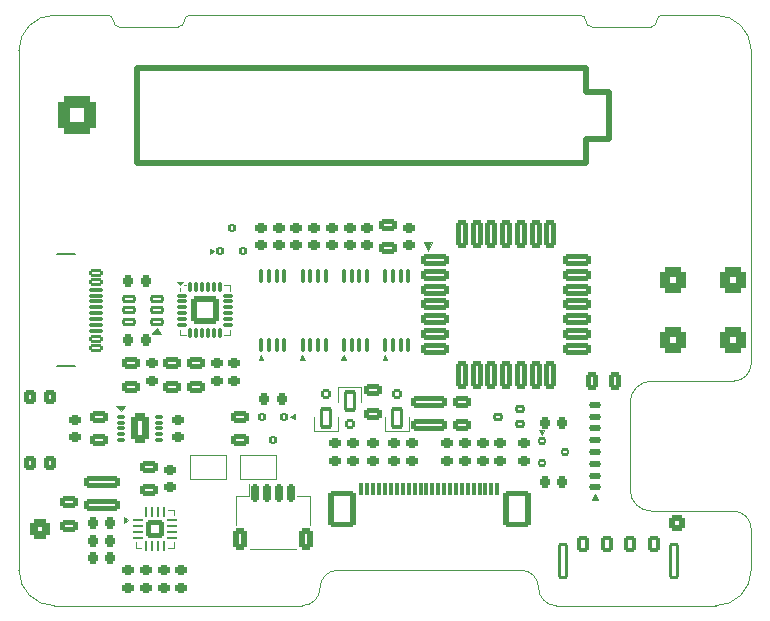
<source format=gbr>
%TF.GenerationSoftware,KiCad,Pcbnew,8.0.8+1*%
%TF.CreationDate,Date%
%TF.ProjectId,LoRa-V3-PCB,4c6f5261-2d56-4332-9d50-43422e6b6963,rev?*%
%TF.SameCoordinates,Original*%
%TF.FileFunction,Legend,Top*%
%TF.FilePolarity,Positive*%
%FSLAX46Y46*%
G04 Gerber Fmt 4.6, Leading zero omitted, Abs format (unit mm)*
G04 Created by KiCad*
%MOMM*%
%LPD*%
G01*
G04 APERTURE LIST*
G04 Aperture macros list*
%AMRoundRect*
0 Rectangle with rounded corners*
0 $1 Rounding radius*
0 $2 $3 $4 $5 $6 $7 $8 $9 X,Y pos of 4 corners*
0 Add a 4 corners polygon primitive as box body*
4,1,4,$2,$3,$4,$5,$6,$7,$8,$9,$2,$3,0*
0 Add four circle primitives for the rounded corners*
1,1,$1+$1,$2,$3*
1,1,$1+$1,$4,$5*
1,1,$1+$1,$6,$7*
1,1,$1+$1,$8,$9*
0 Add four rect primitives between the rounded corners*
20,1,$1+$1,$2,$3,$4,$5,0*
20,1,$1+$1,$4,$5,$6,$7,0*
20,1,$1+$1,$6,$7,$8,$9,0*
20,1,$1+$1,$8,$9,$2,$3,0*%
%AMFreePoly0*
4,1,6,1.000000,0.000000,0.500000,-0.750000,-0.500000,-0.750000,-0.500000,0.750000,0.500000,0.750000,1.000000,0.000000,1.000000,0.000000,$1*%
%AMFreePoly1*
4,1,6,0.500000,-0.750000,-0.650000,-0.750000,-0.150000,0.000000,-0.650000,0.750000,0.500000,0.750000,0.500000,-0.750000,0.500000,-0.750000,$1*%
G04 Aperture macros list end*
%TA.AperFunction,Profile*%
%ADD10C,0.050000*%
%TD*%
%TA.AperFunction,Profile*%
%ADD11C,0.100000*%
%TD*%
%ADD12C,0.120000*%
%ADD13C,0.500000*%
%ADD14C,0.200000*%
%ADD15C,1.400000*%
%ADD16RoundRect,0.070000X0.105000X-0.530000X0.105000X0.530000X-0.105000X0.530000X-0.105000X-0.530000X0*%
%ADD17R,1.000000X1.500000*%
%ADD18RoundRect,0.200000X-0.300000X0.400000X-0.300000X-0.400000X0.300000X-0.400000X0.300000X0.400000X0*%
%ADD19RoundRect,0.200000X0.550000X-0.300000X0.550000X0.300000X-0.550000X0.300000X-0.550000X-0.300000X0*%
%ADD20RoundRect,0.220000X-0.220000X-0.270000X0.220000X-0.270000X0.220000X0.270000X-0.220000X0.270000X0*%
%ADD21RoundRect,0.220000X0.220000X0.270000X-0.220000X0.270000X-0.220000X-0.270000X0.220000X-0.270000X0*%
%ADD22RoundRect,0.220000X-0.270000X0.220000X-0.270000X-0.220000X0.270000X-0.220000X0.270000X0.220000X0*%
%ADD23RoundRect,0.120000X-0.180000X-0.255000X0.180000X-0.255000X0.180000X0.255000X-0.180000X0.255000X0*%
%ADD24RoundRect,0.220000X0.270000X-0.220000X0.270000X0.220000X-0.270000X0.220000X-0.270000X-0.220000X0*%
%ADD25RoundRect,0.120000X0.180000X0.255000X-0.180000X0.255000X-0.180000X-0.255000X0.180000X-0.255000X0*%
%ADD26RoundRect,0.200000X-0.550000X0.300000X-0.550000X-0.300000X0.550000X-0.300000X0.550000X0.300000X0*%
%ADD27RoundRect,0.200000X-1.300000X0.300000X-1.300000X-0.300000X1.300000X-0.300000X1.300000X0.300000X0*%
%ADD28C,1.000000*%
%ADD29RoundRect,0.062500X-0.375000X-0.062500X0.375000X-0.062500X0.375000X0.062500X-0.375000X0.062500X0*%
%ADD30RoundRect,0.062500X-0.062500X-0.375000X0.062500X-0.375000X0.062500X0.375000X-0.062500X0.375000X0*%
%ADD31RoundRect,0.240000X-0.560000X-0.560000X0.560000X-0.560000X0.560000X0.560000X-0.560000X0.560000X0*%
%ADD32RoundRect,0.120000X0.480000X0.180000X-0.480000X0.180000X-0.480000X-0.180000X0.480000X-0.180000X0*%
%ADD33RoundRect,0.060000X-0.265000X0.090000X-0.265000X-0.090000X0.265000X-0.090000X0.265000X0.090000X0*%
%ADD34RoundRect,0.310000X-0.465000X0.930000X-0.465000X-0.930000X0.465000X-0.930000X0.465000X0.930000X0*%
%ADD35RoundRect,0.132000X0.298000X-0.198000X0.298000X0.198000X-0.298000X0.198000X-0.298000X-0.198000X0*%
%ADD36RoundRect,0.165000X0.385000X-0.735000X0.385000X0.735000X-0.385000X0.735000X-0.385000X-0.735000X0*%
%ADD37RoundRect,0.120000X0.280000X-0.280000X0.280000X0.280000X-0.280000X0.280000X-0.280000X-0.280000X0*%
%ADD38RoundRect,0.200000X1.300000X-0.300000X1.300000X0.300000X-1.300000X0.300000X-1.300000X-0.300000X0*%
%ADD39C,2.000000*%
%ADD40RoundRect,0.523529X-1.078471X-1.078471X1.078471X-1.078471X1.078471X1.078471X-1.078471X1.078471X0*%
%ADD41C,3.204000*%
%ADD42RoundRect,0.250000X-0.425000X0.425000X-0.425000X-0.425000X0.425000X-0.425000X0.425000X0.425000X0*%
%ADD43O,1.350000X1.350000*%
%ADD44RoundRect,0.060000X-0.365000X-0.090000X0.365000X-0.090000X0.365000X0.090000X-0.365000X0.090000X0*%
%ADD45RoundRect,0.060000X-0.090000X-0.365000X0.090000X-0.365000X0.090000X0.365000X-0.090000X0.365000X0*%
%ADD46RoundRect,0.235000X-0.940000X-0.940000X0.940000X-0.940000X0.940000X0.940000X-0.940000X0.940000X0*%
%ADD47RoundRect,0.150000X0.350000X0.500000X-0.350000X0.500000X-0.350000X-0.500000X0.350000X-0.500000X0*%
%ADD48RoundRect,0.127500X0.297500X1.372500X-0.297500X1.372500X-0.297500X-1.372500X0.297500X-1.372500X0*%
%ADD49RoundRect,0.120000X0.608112X0.212132X0.212132X0.608112X-0.608112X-0.212132X-0.212132X-0.608112X0*%
%ADD50RoundRect,0.120000X-0.212132X0.608112X-0.608112X0.212132X0.212132X-0.608112X0.608112X-0.212132X0*%
%ADD51RoundRect,0.120000X-0.255000X0.180000X-0.255000X-0.180000X0.255000X-0.180000X0.255000X0.180000X0*%
%ADD52C,2.500000*%
%ADD53RoundRect,0.440000X0.660000X0.660000X-0.660000X0.660000X-0.660000X-0.660000X0.660000X-0.660000X0*%
%ADD54RoundRect,0.200000X-0.300000X-0.550000X0.300000X-0.550000X0.300000X0.550000X-0.300000X0.550000X0*%
%ADD55RoundRect,0.150000X-0.150000X-0.625000X0.150000X-0.625000X0.150000X0.625000X-0.150000X0.625000X0*%
%ADD56RoundRect,0.250000X-0.350000X-0.650000X0.350000X-0.650000X0.350000X0.650000X-0.350000X0.650000X0*%
%ADD57RoundRect,0.230000X-0.920000X-1.320000X0.920000X-1.320000X0.920000X1.320000X-0.920000X1.320000X0*%
%ADD58RoundRect,0.060000X-0.090000X-0.490000X0.090000X-0.490000X0.090000X0.490000X-0.090000X0.490000X0*%
%ADD59RoundRect,0.340000X0.510000X0.510000X-0.510000X0.510000X-0.510000X-0.510000X0.510000X-0.510000X0*%
%ADD60O,1.700000X1.700000*%
%ADD61RoundRect,0.165000X-0.385000X0.735000X-0.385000X-0.735000X0.385000X-0.735000X0.385000X0.735000X0*%
%ADD62RoundRect,0.120000X-0.280000X0.280000X-0.280000X-0.280000X0.280000X-0.280000X0.280000X0.280000X0*%
%ADD63RoundRect,0.120000X-0.455000X0.180000X-0.455000X-0.180000X0.455000X-0.180000X0.455000X0.180000X0*%
%ADD64RoundRect,0.075000X-0.500000X0.075000X-0.500000X-0.075000X0.500000X-0.075000X0.500000X0.075000X0*%
%ADD65O,1.800000X1.000000*%
%ADD66O,2.200000X1.000000*%
%ADD67RoundRect,0.125000X0.425000X-0.125000X0.425000X0.125000X-0.425000X0.125000X-0.425000X-0.125000X0*%
%ADD68RoundRect,0.200000X0.950000X-0.300000X0.950000X0.300000X-0.950000X0.300000X-0.950000X-0.300000X0*%
%ADD69RoundRect,0.200000X0.300000X0.950000X-0.300000X0.950000X-0.300000X-0.950000X0.300000X-0.950000X0*%
%ADD70RoundRect,0.200000X-0.950000X0.300000X-0.950000X-0.300000X0.950000X-0.300000X0.950000X0.300000X0*%
%ADD71RoundRect,0.200000X-0.300000X-0.950000X0.300000X-0.950000X0.300000X0.950000X-0.300000X0.950000X0*%
%ADD72FreePoly0,180.000000*%
%ADD73FreePoly1,180.000000*%
G04 APERTURE END LIST*
D10*
X162500000Y-73000000D02*
G75*
G02*
X162000000Y-72500000I0J500000D01*
G01*
D11*
X114000000Y-75000000D02*
X114000000Y-119000000D01*
X167550000Y-114000000D02*
X174500000Y-114000000D01*
D10*
X128500000Y-72000000D02*
X161500000Y-72000000D01*
D11*
X176000000Y-119000000D02*
G75*
G02*
X173000000Y-122000000I-3000000J0D01*
G01*
D10*
X161500000Y-72000000D02*
G75*
G02*
X162000000Y-72500000I0J-500000D01*
G01*
X122500000Y-73000000D02*
G75*
G02*
X122000000Y-72500000I0J500000D01*
G01*
X128000000Y-72500000D02*
G75*
G02*
X128500000Y-72000000I500000J0D01*
G01*
D11*
X176000000Y-115500000D02*
X176000000Y-119000000D01*
D10*
X167500000Y-73000000D02*
X162500000Y-73000000D01*
D11*
X165750000Y-104800000D02*
G75*
G02*
X167550000Y-103000000I1800000J0D01*
G01*
X139500000Y-120500000D02*
G75*
G02*
X138000000Y-122000000I-1500000J0D01*
G01*
X139500000Y-120500000D02*
G75*
G02*
X141000000Y-119000000I1500000J0D01*
G01*
D10*
X122500000Y-73000000D02*
X127500000Y-73000000D01*
X121500000Y-72000000D02*
G75*
G02*
X122000000Y-72500000I0J-500000D01*
G01*
D11*
X176000000Y-101500000D02*
G75*
G02*
X174500000Y-103000000I-1500000J0D01*
G01*
X117000000Y-122000000D02*
G75*
G02*
X114000000Y-119000000I0J3000000D01*
G01*
D10*
X128000000Y-72500000D02*
G75*
G02*
X127500000Y-73000000I-500000J0D01*
G01*
D11*
X156500000Y-119000000D02*
G75*
G02*
X158000000Y-120500000I0J-1500000D01*
G01*
X174500000Y-103000000D02*
X167550000Y-103000000D01*
X159500000Y-122000000D02*
X173000000Y-122000000D01*
X167550000Y-114000000D02*
G75*
G02*
X165750000Y-112200000I0J1800000D01*
G01*
X165750000Y-104800000D02*
X165750000Y-112200000D01*
X173000000Y-72000000D02*
G75*
G02*
X176000000Y-75000000I0J-3000000D01*
G01*
X156500000Y-119000000D02*
X141000000Y-119000000D01*
D10*
X117000000Y-72000000D02*
X121500000Y-72000000D01*
D11*
X176000000Y-75000000D02*
X176000000Y-101500000D01*
D10*
X168000000Y-72500000D02*
G75*
G02*
X167500000Y-73000000I-500000J0D01*
G01*
D11*
X114000000Y-75000000D02*
G75*
G02*
X117000000Y-72000000I3000000J0D01*
G01*
X174500000Y-114000000D02*
G75*
G02*
X176000000Y-115500000I0J-1500000D01*
G01*
X159500000Y-122000000D02*
G75*
G02*
X158000000Y-120500000I0J1500000D01*
G01*
D10*
X168500000Y-72000000D02*
X173000000Y-72000000D01*
X168000000Y-72500000D02*
G75*
G02*
X168500000Y-72000000I500000J0D01*
G01*
D11*
X117000000Y-122000000D02*
X138000000Y-122000000D01*
D12*
%TO.C,IC9*%
X141700000Y-101200000D02*
X141300000Y-101200000D01*
X141500000Y-100800000D01*
X141700000Y-101200000D01*
G36*
X141700000Y-101200000D02*
G01*
X141300000Y-101200000D01*
X141500000Y-100800000D01*
X141700000Y-101200000D01*
G37*
%TO.C,JP1*%
X128500000Y-109250000D02*
X131500000Y-109250000D01*
X128500000Y-111250000D02*
X128500000Y-109250000D01*
X131500000Y-109250000D02*
X131500000Y-111250000D01*
X131500000Y-111250000D02*
X128500000Y-111250000D01*
%TO.C,Q4*%
X130550000Y-92000000D02*
X130150000Y-92200000D01*
X130150000Y-91800000D01*
X130550000Y-92000000D01*
G36*
X130550000Y-92000000D02*
G01*
X130150000Y-92200000D01*
X130150000Y-91800000D01*
X130550000Y-92000000D01*
G37*
%TO.C,Q3*%
X137350000Y-106200000D02*
X136950000Y-106000000D01*
X137350000Y-105800000D01*
X137350000Y-106200000D01*
G36*
X137350000Y-106200000D02*
G01*
X136950000Y-106000000D01*
X137350000Y-105800000D01*
X137350000Y-106200000D01*
G37*
%TO.C,IC11*%
X134700000Y-101200000D02*
X134300000Y-101200000D01*
X134500000Y-100800000D01*
X134700000Y-101200000D01*
G36*
X134700000Y-101200000D02*
G01*
X134300000Y-101200000D01*
X134500000Y-100800000D01*
X134700000Y-101200000D01*
G37*
%TO.C,IC4*%
X123890000Y-117110000D02*
X123890000Y-116635000D01*
X124365000Y-117110000D02*
X123890000Y-117110000D01*
X126635000Y-113890000D02*
X127110000Y-113890000D01*
X126635000Y-117110000D02*
X127110000Y-117110000D01*
X127110000Y-113890000D02*
X127110000Y-114365000D01*
X127110000Y-117110000D02*
X127110000Y-116635000D01*
X123250000Y-114750000D02*
X122920000Y-114990000D01*
X122920000Y-114510000D01*
X123250000Y-114750000D01*
G36*
X123250000Y-114750000D02*
G01*
X122920000Y-114990000D01*
X122920000Y-114510000D01*
X123250000Y-114750000D01*
G37*
%TO.C,IC3*%
X126050000Y-99000000D02*
X125250000Y-99000000D01*
X125650000Y-98500000D01*
X126050000Y-99000000D01*
G36*
X126050000Y-99000000D02*
G01*
X125250000Y-99000000D01*
X125650000Y-98500000D01*
X126050000Y-99000000D01*
G37*
%TO.C,IC12*%
X122600000Y-105500000D02*
X122250000Y-105100000D01*
X122950000Y-105100000D01*
X122600000Y-105500000D01*
G36*
X122600000Y-105500000D02*
G01*
X122250000Y-105100000D01*
X122950000Y-105100000D01*
X122600000Y-105500000D01*
G37*
%TO.C,D3*%
X139000000Y-106000000D02*
X139000000Y-107250000D01*
X139000000Y-107250000D02*
X141000000Y-107250000D01*
X141000000Y-107250000D02*
X141000000Y-106000000D01*
%TO.C,IC10*%
X138200000Y-101200000D02*
X137800000Y-101200000D01*
X138000000Y-100800000D01*
X138200000Y-101200000D01*
G36*
X138200000Y-101200000D02*
G01*
X137800000Y-101200000D01*
X138000000Y-100800000D01*
X138200000Y-101200000D01*
G37*
%TO.C,IC8*%
X145200000Y-101200000D02*
X144800000Y-101200000D01*
X145000000Y-100800000D01*
X145200000Y-101200000D01*
G36*
X145200000Y-101200000D02*
G01*
X144800000Y-101200000D01*
X145000000Y-100800000D01*
X145200000Y-101200000D01*
G37*
D13*
%TO.C,CONN2*%
X162000000Y-78500000D02*
X164000000Y-78500000D01*
X164000000Y-82500000D01*
X162000000Y-82500000D01*
X162000000Y-84500000D01*
X124000000Y-84500000D01*
X124000000Y-76500000D01*
X162000000Y-76500000D01*
X162000000Y-78500000D01*
D12*
%TO.C,IC2*%
X127640000Y-95365000D02*
X127640000Y-95130000D01*
X127640000Y-99110000D02*
X127640000Y-98635000D01*
X128115000Y-94890000D02*
X127940000Y-94890000D01*
X128115000Y-99110000D02*
X127640000Y-99110000D01*
X131385000Y-94890000D02*
X131860000Y-94890000D01*
X131385000Y-99110000D02*
X131860000Y-99110000D01*
X131860000Y-94890000D02*
X131860000Y-95365000D01*
X131860000Y-99110000D02*
X131860000Y-98635000D01*
X127640000Y-94890000D02*
X127400000Y-94560000D01*
X127880000Y-94560000D01*
X127640000Y-94890000D01*
G36*
X127640000Y-94890000D02*
G01*
X127400000Y-94560000D01*
X127880000Y-94560000D01*
X127640000Y-94890000D01*
G37*
%TO.C,Q2*%
X158250000Y-107550000D02*
X158050000Y-107150000D01*
X158450000Y-107150000D01*
X158250000Y-107550000D01*
G36*
X158250000Y-107550000D02*
G01*
X158050000Y-107150000D01*
X158450000Y-107150000D01*
X158250000Y-107550000D01*
G37*
%TO.C,D2*%
X145000000Y-106000000D02*
X145000000Y-107250000D01*
X145000000Y-107250000D02*
X147000000Y-107250000D01*
X147000000Y-107250000D02*
X147000000Y-106000000D01*
%TO.C,CONN3*%
X132390000Y-112715000D02*
X133440000Y-112715000D01*
X132390000Y-115215000D02*
X132390000Y-112715000D01*
X133440000Y-112715000D02*
X133440000Y-111725000D01*
X133560000Y-117185000D02*
X137440000Y-117185000D01*
X138610000Y-112715000D02*
X137560000Y-112715000D01*
X138610000Y-115215000D02*
X138610000Y-112715000D01*
%TO.C,D1*%
X141000000Y-103500000D02*
X141000000Y-104750000D01*
X143000000Y-103500000D02*
X141000000Y-103500000D01*
X143000000Y-104750000D02*
X143000000Y-103500000D01*
D14*
%TO.C,CONN1*%
X118750000Y-92250000D02*
X117250000Y-92250000D01*
X118750000Y-101750000D02*
X117250000Y-101750000D01*
D12*
%TO.C,CONN7*%
X163000000Y-113050000D02*
X162500000Y-113050000D01*
X162750000Y-112550000D01*
X163000000Y-113050000D01*
G36*
X163000000Y-113050000D02*
G01*
X162500000Y-113050000D01*
X162750000Y-112550000D01*
X163000000Y-113050000D01*
G37*
%TO.C,IC1*%
X148607847Y-91956752D02*
X148257665Y-91206752D01*
X148957847Y-91206752D01*
X148607847Y-91956752D01*
G36*
X148607847Y-91956752D02*
G01*
X148257665Y-91206752D01*
X148957847Y-91206752D01*
X148607847Y-91956752D01*
G37*
%TO.C,JP2*%
X132750000Y-109250000D02*
X135750000Y-109250000D01*
X132750000Y-111250000D02*
X132750000Y-109250000D01*
X135750000Y-109250000D02*
X135750000Y-111250000D01*
X135750000Y-111250000D02*
X132750000Y-111250000D01*
%TD*%
%LPC*%
D15*
X168574270Y-97001892D02*
X171898108Y-97001892D01*
X161250000Y-100250000D02*
X161251863Y-100248137D01*
X165128680Y-99371320D02*
G75*
G02*
X163175730Y-100248102I-2133880J2139620D01*
G01*
X165128680Y-99371320D02*
X166621321Y-97878679D01*
X161251863Y-100248137D02*
X163175732Y-100248137D01*
X166621321Y-97878679D02*
G75*
G02*
X168574270Y-97001898I2133879J-2139621D01*
G01*
X171898108Y-97001892D02*
X171900000Y-97000000D01*
D16*
%TO.C,IC9*%
X141525000Y-99900000D03*
X142175000Y-99900000D03*
X142825000Y-99900000D03*
X143475000Y-99900000D03*
X143475000Y-94100000D03*
X142825000Y-94100000D03*
X142175000Y-94100000D03*
X141525000Y-94100000D03*
%TD*%
D17*
%TO.C,JP1*%
X129350000Y-110250000D03*
X130650000Y-110250000D03*
%TD*%
D18*
%TO.C,SW1*%
X116600000Y-109900000D03*
X114900000Y-109900000D03*
X116600000Y-104300000D03*
X114900000Y-104300000D03*
%TD*%
D19*
%TO.C,C15*%
X144000000Y-105750000D03*
X144000000Y-103750000D03*
%TD*%
D20*
%TO.C,R19*%
X120250000Y-116500000D03*
X121750000Y-116500000D03*
%TD*%
D19*
%TO.C,C25*%
X132750000Y-108000000D03*
X132750000Y-106000000D03*
%TD*%
D21*
%TO.C,C9*%
X121750000Y-118000000D03*
X120250000Y-118000000D03*
%TD*%
D22*
%TO.C,R10*%
X139000000Y-90000000D03*
X139000000Y-91500000D03*
%TD*%
D23*
%TO.C,Q4*%
X131050000Y-92000000D03*
X132950000Y-92000000D03*
X132000000Y-90000000D03*
%TD*%
D24*
%TO.C,R14*%
X126250000Y-120500000D03*
X126250000Y-119000000D03*
%TD*%
D25*
%TO.C,Q3*%
X136450000Y-106000000D03*
X134550000Y-106000000D03*
X135500000Y-108000000D03*
%TD*%
D24*
%TO.C,R5*%
X127500000Y-107750000D03*
X127500000Y-106250000D03*
%TD*%
D22*
%TO.C,C32*%
X145750000Y-108250000D03*
X145750000Y-109750000D03*
%TD*%
%TO.C,C35*%
X147250000Y-108250000D03*
X147250000Y-109750000D03*
%TD*%
D24*
%TO.C,R13*%
X130750000Y-103000000D03*
X130750000Y-101500000D03*
%TD*%
D26*
%TO.C,C14*%
X127000000Y-101500000D03*
X127000000Y-103500000D03*
%TD*%
D21*
%TO.C,R7*%
X124750000Y-94500000D03*
X123250000Y-94500000D03*
%TD*%
D27*
%TO.C,L1*%
X148750000Y-104750000D03*
X148750000Y-106750000D03*
%TD*%
D24*
%TO.C,C6*%
X136000000Y-91500000D03*
X136000000Y-90000000D03*
%TD*%
D20*
%TO.C,R2*%
X120250000Y-115000000D03*
X121750000Y-115000000D03*
%TD*%
D16*
%TO.C,IC11*%
X134525000Y-99900000D03*
X135175000Y-99900000D03*
X135825000Y-99900000D03*
X136475000Y-99900000D03*
X136475000Y-94100000D03*
X135825000Y-94100000D03*
X135175000Y-94100000D03*
X134525000Y-94100000D03*
%TD*%
D28*
%TO.C,F2*%
X117000000Y-90500000D03*
%TD*%
D29*
%TO.C,IC4*%
X124062500Y-114750000D03*
X124062500Y-115250000D03*
X124062500Y-115750000D03*
X124062500Y-116250000D03*
D30*
X124750000Y-116937500D03*
X125250000Y-116937500D03*
X125750000Y-116937500D03*
X126250000Y-116937500D03*
D29*
X126937500Y-116250000D03*
X126937500Y-115750000D03*
X126937500Y-115250000D03*
X126937500Y-114750000D03*
D30*
X126250000Y-114062500D03*
X125750000Y-114062500D03*
X125250000Y-114062500D03*
X124750000Y-114062500D03*
D31*
X125500000Y-115500000D03*
%TD*%
D32*
%TO.C,IC3*%
X125650000Y-97950000D03*
X125650000Y-97000000D03*
X125650000Y-96050000D03*
X123350000Y-96050000D03*
X123350000Y-97000000D03*
X123350000Y-97950000D03*
%TD*%
D22*
%TO.C,C31*%
X151750000Y-108250000D03*
X151750000Y-109750000D03*
%TD*%
D33*
%TO.C,IC12*%
X122600000Y-106000000D03*
X122600000Y-106500000D03*
X122600000Y-107000000D03*
X122600000Y-107500000D03*
X122600000Y-108000000D03*
X125900000Y-108000000D03*
X125900000Y-107500000D03*
X125900000Y-107000000D03*
X125900000Y-106500000D03*
X125900000Y-106000000D03*
D34*
X124250000Y-107000000D03*
%TD*%
D22*
%TO.C,R21*%
X123250000Y-119000000D03*
X123250000Y-120500000D03*
%TD*%
D35*
%TO.C,Q1*%
X156425000Y-106650000D03*
X156425000Y-105350000D03*
X154575000Y-106000000D03*
%TD*%
D24*
%TO.C,R3*%
X125250000Y-103000000D03*
X125250000Y-101500000D03*
%TD*%
D36*
%TO.C,D3*%
X140000000Y-106100000D03*
D37*
X140000000Y-104100000D03*
%TD*%
D38*
%TO.C,L2*%
X121000000Y-113500000D03*
X121000000Y-111500000D03*
%TD*%
D19*
%TO.C,C26*%
X145250000Y-91750000D03*
X145250000Y-89750000D03*
%TD*%
D39*
%TO.C,H3*%
X117000000Y-119000000D03*
%TD*%
D16*
%TO.C,IC10*%
X138025000Y-99900000D03*
X138675000Y-99900000D03*
X139325000Y-99900000D03*
X139975000Y-99900000D03*
X139975000Y-94100000D03*
X139325000Y-94100000D03*
X138675000Y-94100000D03*
X138025000Y-94100000D03*
%TD*%
D39*
%TO.C,H2*%
X173000000Y-75000000D03*
%TD*%
D16*
%TO.C,IC8*%
X145025000Y-99900000D03*
X145675000Y-99900000D03*
X146325000Y-99900000D03*
X146975000Y-99900000D03*
X146975000Y-94100000D03*
X146325000Y-94100000D03*
X145675000Y-94100000D03*
X145025000Y-94100000D03*
%TD*%
D21*
%TO.C,R23*%
X160000000Y-111500000D03*
X158500000Y-111500000D03*
%TD*%
D22*
%TO.C,C2*%
X118750000Y-106250000D03*
X118750000Y-107750000D03*
%TD*%
D24*
%TO.C,C10*%
X126750000Y-112000000D03*
X126750000Y-110500000D03*
%TD*%
D40*
%TO.C,CONN2*%
X118900000Y-80500000D03*
D41*
X171100000Y-80500000D03*
%TD*%
D42*
%TO.C,CONN8*%
X169750000Y-115000000D03*
D43*
X167750000Y-115000000D03*
X165750000Y-115000000D03*
X163750000Y-115000000D03*
X161750000Y-115000000D03*
X159750000Y-115000000D03*
%TD*%
D22*
%TO.C,C36*%
X144000000Y-108250000D03*
X144000000Y-109750000D03*
%TD*%
D28*
%TO.C,F1*%
X135500000Y-119000000D03*
%TD*%
D44*
%TO.C,IC2*%
X127800000Y-95750000D03*
X127800000Y-96250000D03*
X127800000Y-96750000D03*
X127800000Y-97250000D03*
X127800000Y-97750000D03*
X127800000Y-98250000D03*
D45*
X128500000Y-98950000D03*
X129000000Y-98950000D03*
X129500000Y-98950000D03*
X130000000Y-98950000D03*
X130500000Y-98950000D03*
X131000000Y-98950000D03*
D44*
X131700000Y-98250000D03*
X131700000Y-97750000D03*
X131700000Y-97250000D03*
X131700000Y-96750000D03*
X131700000Y-96250000D03*
X131700000Y-95750000D03*
D45*
X131000000Y-95050000D03*
X130500000Y-95050000D03*
X130000000Y-95050000D03*
X129500000Y-95050000D03*
X129000000Y-95050000D03*
X128500000Y-95050000D03*
D46*
X129750000Y-97000000D03*
%TD*%
D28*
%TO.C,SW2*%
X166650000Y-118750000D03*
X162850000Y-118750000D03*
D47*
X167750000Y-116800000D03*
X161750000Y-116800000D03*
X165750000Y-116800000D03*
D48*
X169425000Y-118250000D03*
D49*
X168500000Y-120800000D03*
D50*
X161000000Y-120800000D03*
D48*
X160075000Y-118250000D03*
D47*
X163750000Y-116800000D03*
%TD*%
D22*
%TO.C,R20*%
X124750000Y-119000000D03*
X124750000Y-120500000D03*
%TD*%
D51*
%TO.C,Q2*%
X158250000Y-108050000D03*
X158250000Y-109950000D03*
X160250000Y-109000000D03*
%TD*%
D52*
%TO.C,CONN5*%
X171900000Y-97000000D03*
D53*
X174440000Y-99540000D03*
X174440000Y-94460000D03*
X169360000Y-99540000D03*
X169360000Y-94460000D03*
%TD*%
D36*
%TO.C,D2*%
X146000000Y-106100000D03*
D37*
X146000000Y-104100000D03*
%TD*%
D54*
%TO.C,C27*%
X162500000Y-103000000D03*
X164500000Y-103000000D03*
%TD*%
D55*
%TO.C,CONN3*%
X134000000Y-112500000D03*
X135000000Y-112500000D03*
X136000000Y-112500000D03*
X137000000Y-112500000D03*
D56*
X132700000Y-116375000D03*
X138300000Y-116375000D03*
%TD*%
D24*
%TO.C,C1*%
X147000000Y-91500000D03*
X147000000Y-90000000D03*
%TD*%
D22*
%TO.C,C34*%
X150250000Y-108250000D03*
X150250000Y-109750000D03*
%TD*%
%TO.C,C33*%
X142250000Y-108250000D03*
X142250000Y-109750000D03*
%TD*%
D39*
%TO.C,H1*%
X117000000Y-75000000D03*
%TD*%
D22*
%TO.C,R9*%
X140500000Y-90000000D03*
X140500000Y-91500000D03*
%TD*%
D24*
%TO.C,C8*%
X143500000Y-91500000D03*
X143500000Y-90000000D03*
%TD*%
D26*
%TO.C,C13*%
X129000000Y-101500000D03*
X129000000Y-103500000D03*
%TD*%
D19*
%TO.C,C11*%
X123500000Y-103500000D03*
X123500000Y-101500000D03*
%TD*%
D22*
%TO.C,C37*%
X140750000Y-108250000D03*
X140750000Y-109750000D03*
%TD*%
D39*
%TO.C,H4*%
X173000000Y-119000000D03*
%TD*%
D21*
%TO.C,R18*%
X136250000Y-104500000D03*
X134750000Y-104500000D03*
%TD*%
%TO.C,R6*%
X124750000Y-99500000D03*
X123250000Y-99500000D03*
%TD*%
D57*
%TO.C,CONN6*%
X141330000Y-113850000D03*
X156170000Y-113850000D03*
D58*
X154500000Y-112150000D03*
X154000000Y-112150000D03*
X153500000Y-112150000D03*
X153000000Y-112150000D03*
X152500000Y-112150000D03*
X152000000Y-112150000D03*
X151500000Y-112150000D03*
X151000000Y-112150000D03*
X150500000Y-112150000D03*
X150000000Y-112150000D03*
X149500000Y-112150000D03*
X149000000Y-112150000D03*
X148500000Y-112150000D03*
X148000000Y-112150000D03*
X147500000Y-112150000D03*
X147000000Y-112150000D03*
X146500000Y-112150000D03*
X146000000Y-112150000D03*
X145500000Y-112150000D03*
X145000000Y-112150000D03*
X144500000Y-112150000D03*
X144000000Y-112150000D03*
X143500000Y-112150000D03*
X143000000Y-112150000D03*
%TD*%
D59*
%TO.C,CONN4*%
X115750000Y-115500000D03*
D60*
X115750000Y-112960000D03*
%TD*%
D61*
%TO.C,D1*%
X142000000Y-104650000D03*
D62*
X142000000Y-106650000D03*
%TD*%
D19*
%TO.C,C18*%
X151500000Y-106750000D03*
X151500000Y-104750000D03*
%TD*%
D24*
%TO.C,C5*%
X142000000Y-91500000D03*
X142000000Y-90000000D03*
%TD*%
D63*
%TO.C,CONN1*%
X120505000Y-93800000D03*
X120505000Y-94600000D03*
D64*
X120505000Y-95750000D03*
X120505000Y-96750000D03*
X120505000Y-97250000D03*
X120505000Y-98250000D03*
D63*
X120505000Y-100200000D03*
X120505000Y-99400000D03*
D64*
X120505000Y-98750000D03*
X120505000Y-97750000D03*
X120505000Y-96250000D03*
X120505000Y-95250000D03*
D65*
X119930000Y-92680000D03*
X119930000Y-101320000D03*
D66*
X115930000Y-92680000D03*
X115930000Y-101320000D03*
%TD*%
D22*
%TO.C,R8*%
X137500000Y-90000000D03*
X137500000Y-91500000D03*
%TD*%
D24*
%TO.C,R11*%
X127750000Y-120500000D03*
X127750000Y-119000000D03*
%TD*%
D67*
%TO.C,CONN7*%
X162750000Y-112000000D03*
X162750000Y-111000000D03*
X162750000Y-110000000D03*
X162750000Y-109000000D03*
X162750000Y-108000000D03*
X162750000Y-107000000D03*
X162750000Y-106000000D03*
X162750000Y-105000000D03*
%TD*%
D22*
%TO.C,C30*%
X153250000Y-108250000D03*
X153250000Y-109750000D03*
%TD*%
D24*
%TO.C,C7*%
X134500000Y-91500000D03*
X134500000Y-90000000D03*
%TD*%
D26*
%TO.C,C17*%
X118250000Y-113250000D03*
X118250000Y-115250000D03*
%TD*%
D28*
%TO.C,F3*%
X173000000Y-90500000D03*
%TD*%
D68*
%TO.C,IC1*%
X149250000Y-92750000D03*
X149250000Y-94000000D03*
X149250000Y-95250000D03*
X149250000Y-96500000D03*
X149250000Y-97750000D03*
X149250000Y-99000000D03*
X149250000Y-100250000D03*
D69*
X151500000Y-102500000D03*
X152750000Y-102500000D03*
X154000000Y-102500000D03*
X155250000Y-102500000D03*
X156500000Y-102500000D03*
X157750000Y-102500000D03*
X159000000Y-102500000D03*
D70*
X161250000Y-100250000D03*
X161250000Y-99000000D03*
X161250000Y-97750000D03*
X161250000Y-96500000D03*
X161250000Y-95250000D03*
X161250000Y-94000000D03*
X161250000Y-92750000D03*
D71*
X159000000Y-90500000D03*
X157750000Y-90500000D03*
X156500000Y-90500000D03*
X155250000Y-90500000D03*
X154000000Y-90500000D03*
X152750000Y-90500000D03*
X151500000Y-90500000D03*
%TD*%
D19*
%TO.C,C16*%
X125000000Y-112250000D03*
X125000000Y-110250000D03*
%TD*%
D20*
%TO.C,R17*%
X158500000Y-106500000D03*
X160000000Y-106500000D03*
%TD*%
D24*
%TO.C,R1*%
X154750000Y-109750000D03*
X154750000Y-108250000D03*
%TD*%
D72*
%TO.C,JP2*%
X134975000Y-110250000D03*
D73*
X133525000Y-110250000D03*
%TD*%
D19*
%TO.C,C12*%
X120750000Y-108000000D03*
X120750000Y-106000000D03*
%TD*%
D22*
%TO.C,R15*%
X132250000Y-101500000D03*
X132250000Y-103000000D03*
%TD*%
D24*
%TO.C,R12*%
X156750000Y-109750000D03*
X156750000Y-108250000D03*
%TD*%
%LPD*%
M02*

</source>
